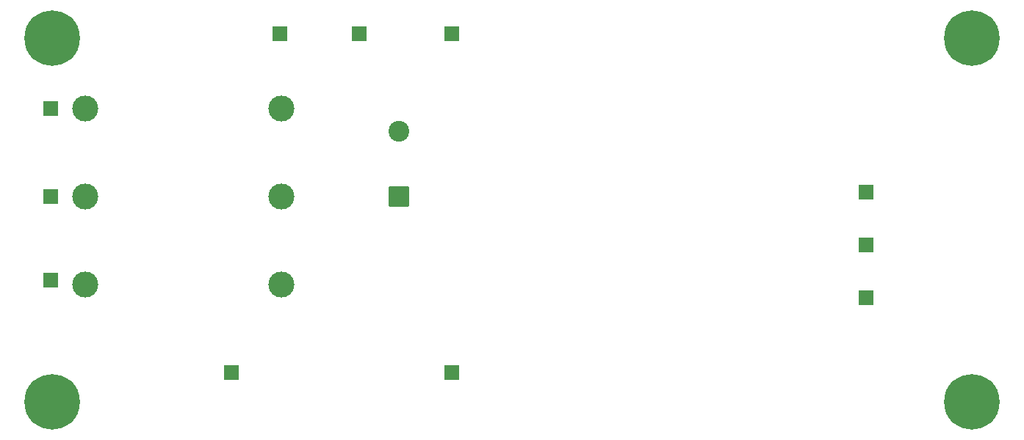
<source format=gbr>
%TF.GenerationSoftware,KiCad,Pcbnew,9.0.6-1.fc43app1*%
%TF.CreationDate,2025-12-27T19:53:41+01:00*%
%TF.ProjectId,VuMeterBoard,56754d65-7465-4724-926f-6172642e6b69,rev?*%
%TF.SameCoordinates,Original*%
%TF.FileFunction,Soldermask,Bot*%
%TF.FilePolarity,Negative*%
%FSLAX46Y46*%
G04 Gerber Fmt 4.6, Leading zero omitted, Abs format (unit mm)*
G04 Created by KiCad (PCBNEW 9.0.6-1.fc43app1) date 2025-12-27 19:53:41*
%MOMM*%
%LPD*%
G01*
G04 APERTURE LIST*
G04 Aperture macros list*
%AMRoundRect*
0 Rectangle with rounded corners*
0 $1 Rounding radius*
0 $2 $3 $4 $5 $6 $7 $8 $9 X,Y pos of 4 corners*
0 Add a 4 corners polygon primitive as box body*
4,1,4,$2,$3,$4,$5,$6,$7,$8,$9,$2,$3,0*
0 Add four circle primitives for the rounded corners*
1,1,$1+$1,$2,$3*
1,1,$1+$1,$4,$5*
1,1,$1+$1,$6,$7*
1,1,$1+$1,$8,$9*
0 Add four rect primitives between the rounded corners*
20,1,$1+$1,$2,$3,$4,$5,0*
20,1,$1+$1,$4,$5,$6,$7,0*
20,1,$1+$1,$6,$7,$8,$9,0*
20,1,$1+$1,$8,$9,$2,$3,0*%
G04 Aperture macros list end*
%ADD10C,0.800000*%
%ADD11C,6.400000*%
%ADD12RoundRect,0.250001X0.949999X-0.949999X0.949999X0.949999X-0.949999X0.949999X-0.949999X-0.949999X0*%
%ADD13C,2.400000*%
%ADD14R,1.700000X1.700000*%
%ADD15C,3.000000*%
G04 APERTURE END LIST*
D10*
%TO.C,H4*%
X214436500Y-122216500D03*
X215139444Y-120519444D03*
X215139444Y-123913556D03*
X216836500Y-119816500D03*
D11*
X216836500Y-122216500D03*
D10*
X216836500Y-124616500D03*
X218533556Y-120519444D03*
X218533556Y-123913556D03*
X219236500Y-122216500D03*
%TD*%
%TO.C,H3*%
X108436500Y-122216500D03*
X109139444Y-120519444D03*
X109139444Y-123913556D03*
X110836500Y-119816500D03*
D11*
X110836500Y-122216500D03*
D10*
X110836500Y-124616500D03*
X112533556Y-120519444D03*
X112533556Y-123913556D03*
X113236500Y-122216500D03*
%TD*%
%TO.C,H2*%
X214436500Y-80216500D03*
X215139444Y-78519444D03*
X215139444Y-81913556D03*
X216836500Y-77816500D03*
D11*
X216836500Y-80216500D03*
D10*
X216836500Y-82616500D03*
X218533556Y-78519444D03*
X218533556Y-81913556D03*
X219236500Y-80216500D03*
%TD*%
%TO.C,H1*%
X108436500Y-80216500D03*
X109139444Y-78519444D03*
X109139444Y-81913556D03*
X110836500Y-77816500D03*
D11*
X110836500Y-80216500D03*
D10*
X110836500Y-82616500D03*
X112533556Y-78519444D03*
X112533556Y-81913556D03*
X113236500Y-80216500D03*
%TD*%
D12*
%TO.C,C5*%
X150828500Y-98504500D03*
D13*
X150828500Y-91004500D03*
%TD*%
D14*
%TO.C,J8*%
X156924500Y-79708500D03*
%TD*%
%TO.C,J10*%
X204676500Y-104092500D03*
%TD*%
D15*
%TO.C,F006*%
X114636500Y-108664500D03*
X137236500Y-108664500D03*
%TD*%
D14*
%TO.C,J4*%
X110696500Y-98504500D03*
%TD*%
%TO.C,J11*%
X204676500Y-97996500D03*
%TD*%
%TO.C,J3*%
X146256500Y-79708500D03*
%TD*%
%TO.C,J5*%
X131524500Y-118824500D03*
%TD*%
%TO.C,J6*%
X110696500Y-108156500D03*
%TD*%
%TO.C,J1*%
X137112500Y-79708500D03*
%TD*%
D15*
%TO.C,F002*%
X114636500Y-88344500D03*
X137236500Y-88344500D03*
%TD*%
%TO.C,F003*%
X114636500Y-98504500D03*
X137236500Y-98504500D03*
%TD*%
D14*
%TO.C,J7*%
X156924500Y-118824500D03*
%TD*%
%TO.C,J9*%
X204676500Y-110188500D03*
%TD*%
%TO.C,J2*%
X110696500Y-88344500D03*
%TD*%
M02*

</source>
